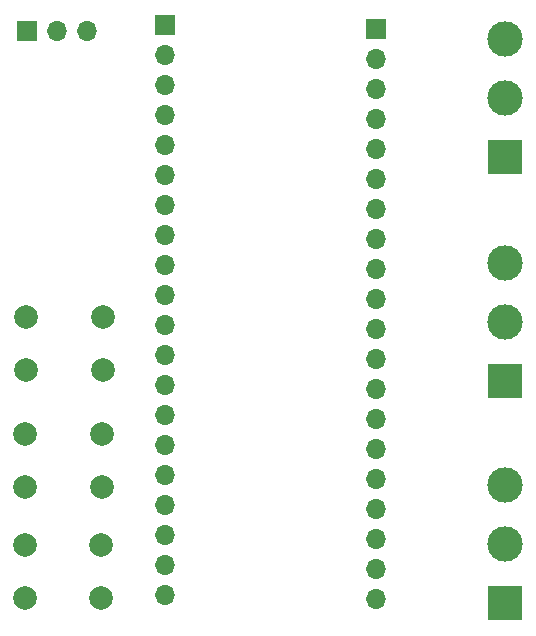
<source format=gbr>
%TF.GenerationSoftware,KiCad,Pcbnew,7.0.6*%
%TF.CreationDate,2024-04-09T21:05:34+03:00*%
%TF.ProjectId,ecu-emulator,6563752d-656d-4756-9c61-746f722e6b69,rev?*%
%TF.SameCoordinates,Original*%
%TF.FileFunction,Soldermask,Bot*%
%TF.FilePolarity,Negative*%
%FSLAX46Y46*%
G04 Gerber Fmt 4.6, Leading zero omitted, Abs format (unit mm)*
G04 Created by KiCad (PCBNEW 7.0.6) date 2024-04-09 21:05:34*
%MOMM*%
%LPD*%
G01*
G04 APERTURE LIST*
%ADD10R,3.000000X3.000000*%
%ADD11C,3.000000*%
%ADD12C,2.000000*%
%ADD13R,1.700000X1.700000*%
%ADD14O,1.700000X1.700000*%
G04 APERTURE END LIST*
D10*
%TO.C,OIL_TEMP1*%
X154450000Y-101900000D03*
D11*
X154450000Y-96900000D03*
X154450000Y-91900000D03*
%TD*%
D12*
%TO.C,LOW_BATT1*%
X113750000Y-97000000D03*
X120250000Y-97000000D03*
X113750000Y-101500000D03*
X120250000Y-101500000D03*
%TD*%
%TO.C,GEAR_SHIFT1*%
X113850000Y-77700000D03*
X120350000Y-77700000D03*
X113850000Y-82200000D03*
X120350000Y-82200000D03*
%TD*%
D10*
%TO.C,RPM1*%
X154400000Y-64150000D03*
D11*
X154400000Y-59150000D03*
X154400000Y-54150000D03*
%TD*%
D10*
%TO.C,COOLANT_TEMP1*%
X154450000Y-83100000D03*
D11*
X154450000Y-78100000D03*
X154450000Y-73100000D03*
%TD*%
D13*
%TO.C,J3*%
X125600000Y-52980000D03*
D14*
X125600000Y-55520000D03*
X125600000Y-58060000D03*
X125600000Y-60600000D03*
X125600000Y-63140000D03*
X125600000Y-65680000D03*
X125600000Y-68220000D03*
X125600000Y-70760000D03*
X125600000Y-73300000D03*
X125600000Y-75840000D03*
X125600000Y-78380000D03*
X125600000Y-80920000D03*
X125600000Y-83460000D03*
X125600000Y-86000000D03*
X125600000Y-88540000D03*
X125600000Y-91080000D03*
X125600000Y-93620000D03*
X125600000Y-96160000D03*
X125600000Y-98700000D03*
X125600000Y-101240000D03*
%TD*%
D13*
%TO.C,J2*%
X143500000Y-53280000D03*
D14*
X143500000Y-55820000D03*
X143500000Y-58360000D03*
X143500000Y-60900000D03*
X143500000Y-63440000D03*
X143500000Y-65980000D03*
X143500000Y-68520000D03*
X143500000Y-71060000D03*
X143500000Y-73600000D03*
X143500000Y-76140000D03*
X143500000Y-78680000D03*
X143500000Y-81220000D03*
X143500000Y-83760000D03*
X143500000Y-86300000D03*
X143500000Y-88840000D03*
X143500000Y-91380000D03*
X143500000Y-93920000D03*
X143500000Y-96460000D03*
X143500000Y-99000000D03*
X143500000Y-101540000D03*
%TD*%
D13*
%TO.C,J1*%
X113960000Y-53500000D03*
D14*
X116500000Y-53500000D03*
X119040000Y-53500000D03*
%TD*%
D12*
%TO.C,LOW_OIL1*%
X113800000Y-87600000D03*
X120300000Y-87600000D03*
X113800000Y-92100000D03*
X120300000Y-92100000D03*
%TD*%
M02*

</source>
